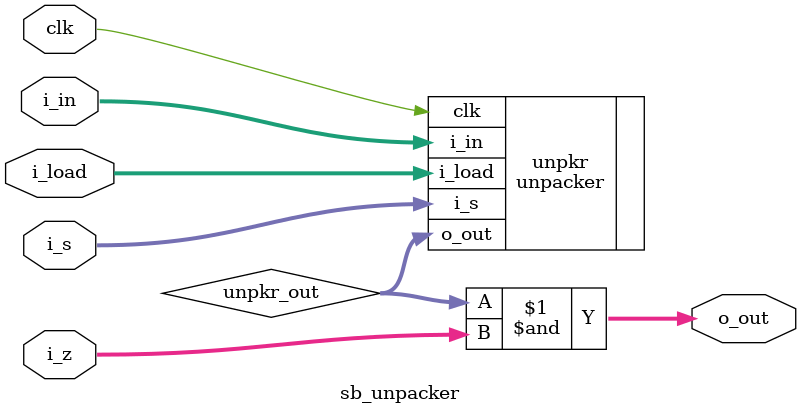
<source format=v>
module sb_unpacker (
        clk,
        i_in,
        i_load,
        i_s,
        i_z,
        o_out
    );

    parameter BIT_WIDTH = 16;
    parameter SHIFT_BITS = 5;// 5 = log2(2*BIT_WIDTH) 

    input                   clk;
    input [BIT_WIDTH-1:0]   i_in;
    input [1:0]             i_load; // load the MS or LS row in the unpacking register
    input [SHIFT_BITS-1:0]  i_s;    // shift width
    input [BIT_WIDTH-1:0]   i_z;    // bit mask for zero extension
    output [BIT_WIDTH-1:0]  o_out;

    wire [BIT_WIDTH-1:0]    unpkr_out;

unpacker unpkr(
        .clk(clk),
        .i_in(i_in),
        .i_load(i_load),
        .i_s(i_s),
        .o_out(unpkr_out)
    );

// zero extension
assign o_out = unpkr_out & i_z;

endmodule

</source>
